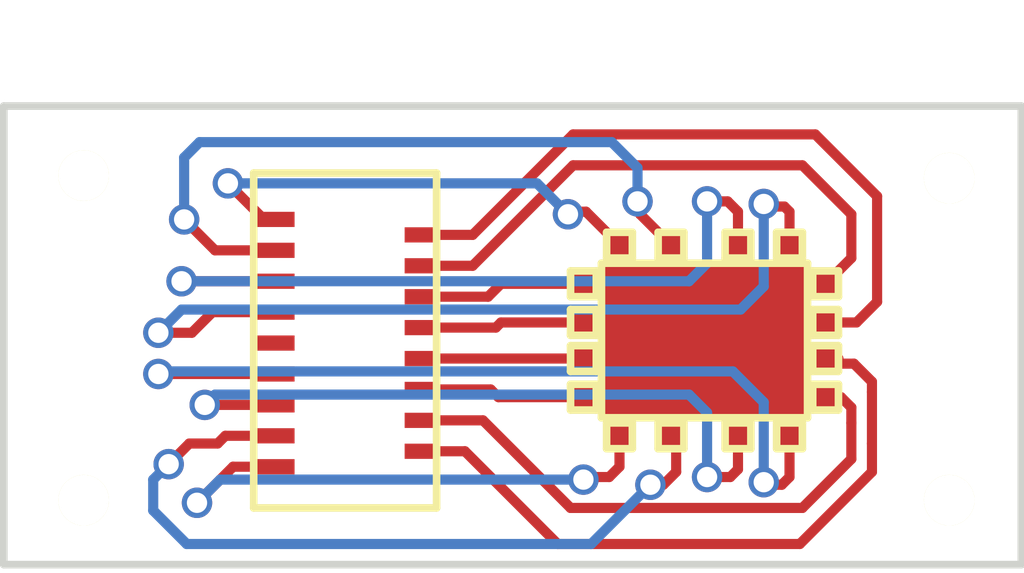
<source format=kicad_pcb>
(kicad_pcb (version 4) (host pcbnew 4.0.2-stable)

  (general
    (links 0)
    (no_connects 0)
    (area 38.228199 77.394999 58.444201 86.587401)
    (thickness 1.6)
    (drawings 4)
    (tracks 132)
    (zones 0)
    (modules 22)
    (nets 1)
  )

  (page A4)
  (layers
    (0 F.Cu signal)
    (31 B.Cu signal)
    (32 B.Adhes user)
    (33 F.Adhes user)
    (34 B.Paste user)
    (35 F.Paste user)
    (36 B.SilkS user)
    (37 F.SilkS user)
    (38 B.Mask user)
    (39 F.Mask user)
    (40 Dwgs.User user)
    (41 Cmts.User user)
    (42 Eco1.User user)
    (43 Eco2.User user)
    (44 Edge.Cuts user)
    (45 Margin user)
    (46 B.CrtYd user)
    (47 F.CrtYd user)
    (48 B.Fab user)
    (49 F.Fab user)
  )

  (setup
    (last_trace_width 0.2)
    (trace_clearance 0.2)
    (zone_clearance 0.508)
    (zone_45_only no)
    (trace_min 0.2)
    (segment_width 0.2)
    (edge_width 0.15)
    (via_size 0.6)
    (via_drill 0.4)
    (via_min_size 0.4)
    (via_min_drill 0.3)
    (uvia_size 0.3)
    (uvia_drill 0.1)
    (uvias_allowed no)
    (uvia_min_size 0.2)
    (uvia_min_drill 0.1)
    (pcb_text_width 0.3)
    (pcb_text_size 1.5 1.5)
    (mod_edge_width 0.15)
    (mod_text_size 1 1)
    (mod_text_width 0.15)
    (pad_size 1.524 1.524)
    (pad_drill 0.762)
    (pad_to_mask_clearance 0.2)
    (aux_axis_origin 0 0)
    (visible_elements FFFFFF7F)
    (pcbplotparams
      (layerselection 0x00030_80000001)
      (usegerberextensions false)
      (excludeedgelayer true)
      (linewidth 0.100000)
      (plotframeref false)
      (viasonmask false)
      (mode 1)
      (useauxorigin false)
      (hpglpennumber 1)
      (hpglpenspeed 20)
      (hpglpendiameter 15)
      (hpglpenoverlay 2)
      (psnegative false)
      (psa4output false)
      (plotreference true)
      (plotvalue true)
      (plotinvisibletext false)
      (padsonsilk false)
      (subtractmaskfromsilk false)
      (outputformat 1)
      (mirror false)
      (drillshape 1)
      (scaleselection 1)
      (outputdirectory ""))
  )

  (net 0 "")

  (net_class Default "This is the default net class."
    (clearance 0.2)
    (trace_width 0.2)
    (via_dia 0.6)
    (via_drill 0.4)
    (uvia_dia 0.3)
    (uvia_drill 0.1)
  )

  (module fh26footprints:FH26W-17S-0.3SHW (layer F.Cu) (tedit 576CF726) (tstamp 576D7E9B)
    (at 45.0088 82.0928 270)
    (fp_text reference "" (at 0 0.5 270) (layer F.SilkS)
      (effects (font (size 1 1) (thickness 0.15)))
    )
    (fp_text value FH26W-17S-0.3SHW (at 0 2.6416 270) (layer F.Fab)
      (effects (font (size 0.2 0.2) (thickness 0.05)))
    )
    (fp_line (start -3.302 1.778) (end 3.302 1.778) (layer F.SilkS) (width 0.15))
    (fp_line (start 3.302 1.778) (end 3.302 -1.8288) (layer F.SilkS) (width 0.15))
    (fp_line (start -3.302 -1.8288) (end -3.302 1.778) (layer F.SilkS) (width 0.15))
    (fp_line (start 3.302 -1.8288) (end -3.302 -1.8288) (layer F.SilkS) (width 0.15))
    (pad 1 connect rect (at -2.3876 1.3716 270) (size 0.3 0.8) (layers F.Cu F.Mask))
    (pad 2 connect rect (at -1.778 1.3716 270) (size 0.3 0.8) (layers F.Cu F.Mask))
    (pad 3 connect rect (at -1.1684 1.3716 270) (size 0.3 0.8) (layers F.Cu F.Mask))
    (pad 4 connect rect (at -0.5588 1.3716 270) (size 0.3 0.8) (layers F.Cu F.Mask))
    (pad 5 connect rect (at 0.0508 1.3716 270) (size 0.3 0.8) (layers F.Cu F.Mask))
    (pad 6 connect rect (at 0.6604 1.3716 270) (size 0.3 0.8) (layers F.Cu F.Mask))
    (pad 7 connect rect (at 1.27 1.3716 270) (size 0.3 0.8) (layers F.Cu F.Mask))
    (pad 8 connect rect (at 1.8796 1.3716 270) (size 0.3 0.8) (layers F.Cu F.Mask))
    (pad 9 connect rect (at 2.4892 1.3716 270) (size 0.3 0.8) (layers F.Cu F.Mask))
    (pad 10 connect rect (at 2.1844 -1.524 270) (size 0.3 0.65) (layers F.Cu F.Mask))
    (pad 11 connect rect (at 1.5748 -1.524 270) (size 0.3 0.65) (layers F.Cu F.Mask))
    (pad 12 connect rect (at 0.9652 -1.524 270) (size 0.3 0.65) (layers F.Cu F.Mask))
    (pad 13 connect rect (at 0.3556 -1.524 270) (size 0.3 0.65) (layers F.Cu F.Mask))
    (pad 14 connect rect (at -0.254 -1.524 270) (size 0.3 0.65) (layers F.Cu F.Mask))
    (pad 15 connect rect (at -0.8636 -1.524 270) (size 0.3 0.65) (layers F.Cu F.Mask))
    (pad 16 connect rect (at -1.4732 -1.524 270) (size 0.3 0.65) (layers F.Cu F.Mask))
    (pad 17 connect rect (at -2.0828 -1.524 270) (size 0.3 0.65) (layers F.Cu F.Mask))
  )

  (module transistor_footprint:TRANSISTORPAD (layer F.Cu) (tedit 576C5D42) (tstamp 576D7F07)
    (at 52.1208 82.0928)
    (fp_text reference "" (at 0 0.508) (layer F.SilkS)
      (effects (font (size 0.127 0.127) (thickness 0.03175)))
    )
    (fp_text value "TRANSISTOR PAD" (at 0 1.778) (layer F.Fab)
      (effects (font (size 0.127 0.127) (thickness 0.03175)))
    )
    (fp_line (start -2.032 -1.524) (end -2.032 1.524) (layer F.SilkS) (width 0.15))
    (fp_line (start -2.032 1.524) (end 2.032 1.524) (layer F.SilkS) (width 0.15))
    (fp_line (start 2.032 1.524) (end 2.032 -1.524) (layer F.SilkS) (width 0.15))
    (fp_line (start 2.032 -1.524) (end -2.032 -1.524) (layer F.SilkS) (width 0.15))
    (pad 1 smd rect (at 0 0) (size 4 3) (layers F.Cu F.Paste F.Mask))
  )

  (module transistor_footprint:WIREPAD (layer F.Cu) (tedit 576D8113) (tstamp 576D813B)
    (at 49.7332 80.9752)
    (fp_text reference "" (at 0 0.5) (layer F.SilkS)
      (effects (font (size 0.127 0.127) (thickness 0.03175)))
    )
    (fp_text value "" (at 0 0.5588) (layer F.Fab)
      (effects (font (size 0.127 0.127) (thickness 0.03175)))
    )
    (fp_line (start -0.254 -0.254) (end -0.254 0.254) (layer F.SilkS) (width 0.15))
    (fp_line (start -0.254 0.254) (end 0.254 0.254) (layer F.SilkS) (width 0.15))
    (fp_line (start 0.254 0.254) (end 0.254 -0.254) (layer F.SilkS) (width 0.15))
    (fp_line (start 0.254 -0.254) (end -0.254 -0.254) (layer F.SilkS) (width 0.15))
    (pad 2 smd rect (at 0 0) (size 0.5 0.5) (layers F.Cu F.Paste F.Mask))
  )

  (module transistor_footprint:WIREPAD (layer F.Cu) (tedit 576D8113) (tstamp 576D8195)
    (at 49.7332 83.2104)
    (fp_text reference "" (at 0 0.5) (layer F.SilkS)
      (effects (font (size 0.127 0.127) (thickness 0.03175)))
    )
    (fp_text value "" (at 0 0.5588) (layer F.Fab)
      (effects (font (size 0.127 0.127) (thickness 0.03175)))
    )
    (fp_line (start -0.254 -0.254) (end -0.254 0.254) (layer F.SilkS) (width 0.15))
    (fp_line (start -0.254 0.254) (end 0.254 0.254) (layer F.SilkS) (width 0.15))
    (fp_line (start 0.254 0.254) (end 0.254 -0.254) (layer F.SilkS) (width 0.15))
    (fp_line (start 0.254 -0.254) (end -0.254 -0.254) (layer F.SilkS) (width 0.15))
    (pad 2 smd rect (at 0 0) (size 0.5 0.5) (layers F.Cu F.Paste F.Mask))
  )

  (module transistor_footprint:WIREPAD (layer F.Cu) (tedit 576D8113) (tstamp 576D81AB)
    (at 49.7332 81.7372)
    (fp_text reference "" (at 0 0.5) (layer F.SilkS)
      (effects (font (size 0.127 0.127) (thickness 0.03175)))
    )
    (fp_text value "" (at 0 0.5588) (layer F.Fab)
      (effects (font (size 0.127 0.127) (thickness 0.03175)))
    )
    (fp_line (start -0.254 -0.254) (end -0.254 0.254) (layer F.SilkS) (width 0.15))
    (fp_line (start -0.254 0.254) (end 0.254 0.254) (layer F.SilkS) (width 0.15))
    (fp_line (start 0.254 0.254) (end 0.254 -0.254) (layer F.SilkS) (width 0.15))
    (fp_line (start 0.254 -0.254) (end -0.254 -0.254) (layer F.SilkS) (width 0.15))
    (pad 2 smd rect (at 0 0) (size 0.5 0.5) (layers F.Cu F.Paste F.Mask))
  )

  (module transistor_footprint:WIREPAD (layer F.Cu) (tedit 576D8113) (tstamp 576D81BC)
    (at 49.7332 82.4484)
    (fp_text reference "" (at 0 0.5) (layer F.SilkS)
      (effects (font (size 0.127 0.127) (thickness 0.03175)))
    )
    (fp_text value "" (at 0 0.5588) (layer F.Fab)
      (effects (font (size 0.127 0.127) (thickness 0.03175)))
    )
    (fp_line (start -0.254 -0.254) (end -0.254 0.254) (layer F.SilkS) (width 0.15))
    (fp_line (start -0.254 0.254) (end 0.254 0.254) (layer F.SilkS) (width 0.15))
    (fp_line (start 0.254 0.254) (end 0.254 -0.254) (layer F.SilkS) (width 0.15))
    (fp_line (start 0.254 -0.254) (end -0.254 -0.254) (layer F.SilkS) (width 0.15))
    (pad 2 smd rect (at 0 0) (size 0.5 0.5) (layers F.Cu F.Paste F.Mask))
  )

  (module transistor_footprint:WIREPAD (layer F.Cu) (tedit 576D8113) (tstamp 576D81DF)
    (at 54.5084 83.2104)
    (fp_text reference "" (at 0 0.5) (layer F.SilkS)
      (effects (font (size 0.127 0.127) (thickness 0.03175)))
    )
    (fp_text value "" (at 0 0.5588) (layer F.Fab)
      (effects (font (size 0.127 0.127) (thickness 0.03175)))
    )
    (fp_line (start -0.254 -0.254) (end -0.254 0.254) (layer F.SilkS) (width 0.15))
    (fp_line (start -0.254 0.254) (end 0.254 0.254) (layer F.SilkS) (width 0.15))
    (fp_line (start 0.254 0.254) (end 0.254 -0.254) (layer F.SilkS) (width 0.15))
    (fp_line (start 0.254 -0.254) (end -0.254 -0.254) (layer F.SilkS) (width 0.15))
    (pad 2 smd rect (at 0 0) (size 0.5 0.5) (layers F.Cu F.Paste F.Mask))
  )

  (module transistor_footprint:WIREPAD (layer F.Cu) (tedit 576D8113) (tstamp 576D81F0)
    (at 54.5084 82.4484)
    (fp_text reference "" (at 0 0.5) (layer F.SilkS)
      (effects (font (size 0.127 0.127) (thickness 0.03175)))
    )
    (fp_text value "" (at 0 0.5588) (layer F.Fab)
      (effects (font (size 0.127 0.127) (thickness 0.03175)))
    )
    (fp_line (start -0.254 -0.254) (end -0.254 0.254) (layer F.SilkS) (width 0.15))
    (fp_line (start -0.254 0.254) (end 0.254 0.254) (layer F.SilkS) (width 0.15))
    (fp_line (start 0.254 0.254) (end 0.254 -0.254) (layer F.SilkS) (width 0.15))
    (fp_line (start 0.254 -0.254) (end -0.254 -0.254) (layer F.SilkS) (width 0.15))
    (pad 2 smd rect (at 0 0) (size 0.5 0.5) (layers F.Cu F.Paste F.Mask))
  )

  (module transistor_footprint:WIREPAD (layer F.Cu) (tedit 576D8113) (tstamp 576D8201)
    (at 54.5084 81.7372)
    (fp_text reference "" (at 0 0.5) (layer F.SilkS)
      (effects (font (size 0.127 0.127) (thickness 0.03175)))
    )
    (fp_text value "" (at 0 0.5588) (layer F.Fab)
      (effects (font (size 0.127 0.127) (thickness 0.03175)))
    )
    (fp_line (start -0.254 -0.254) (end -0.254 0.254) (layer F.SilkS) (width 0.15))
    (fp_line (start -0.254 0.254) (end 0.254 0.254) (layer F.SilkS) (width 0.15))
    (fp_line (start 0.254 0.254) (end 0.254 -0.254) (layer F.SilkS) (width 0.15))
    (fp_line (start 0.254 -0.254) (end -0.254 -0.254) (layer F.SilkS) (width 0.15))
    (pad 2 smd rect (at 0 0) (size 0.5 0.5) (layers F.Cu F.Paste F.Mask))
  )

  (module transistor_footprint:WIREPAD (layer F.Cu) (tedit 576D8113) (tstamp 576D8212)
    (at 54.5084 80.9752)
    (fp_text reference "" (at 0 0.5) (layer F.SilkS)
      (effects (font (size 0.127 0.127) (thickness 0.03175)))
    )
    (fp_text value "" (at 0 0.5588) (layer F.Fab)
      (effects (font (size 0.127 0.127) (thickness 0.03175)))
    )
    (fp_line (start -0.254 -0.254) (end -0.254 0.254) (layer F.SilkS) (width 0.15))
    (fp_line (start -0.254 0.254) (end 0.254 0.254) (layer F.SilkS) (width 0.15))
    (fp_line (start 0.254 0.254) (end 0.254 -0.254) (layer F.SilkS) (width 0.15))
    (fp_line (start 0.254 -0.254) (end -0.254 -0.254) (layer F.SilkS) (width 0.15))
    (pad 2 smd rect (at 0 0) (size 0.5 0.5) (layers F.Cu F.Paste F.Mask))
  )

  (module transistor_footprint:WIREPAD (layer F.Cu) (tedit 576D8113) (tstamp 576D8223)
    (at 50.4444 83.9724)
    (fp_text reference "" (at 0 0.5) (layer F.SilkS)
      (effects (font (size 0.127 0.127) (thickness 0.03175)))
    )
    (fp_text value "" (at 0 0.5588) (layer F.Fab)
      (effects (font (size 0.127 0.127) (thickness 0.03175)))
    )
    (fp_line (start -0.254 -0.254) (end -0.254 0.254) (layer F.SilkS) (width 0.15))
    (fp_line (start -0.254 0.254) (end 0.254 0.254) (layer F.SilkS) (width 0.15))
    (fp_line (start 0.254 0.254) (end 0.254 -0.254) (layer F.SilkS) (width 0.15))
    (fp_line (start 0.254 -0.254) (end -0.254 -0.254) (layer F.SilkS) (width 0.15))
    (pad 2 smd rect (at 0 0) (size 0.5 0.5) (layers F.Cu F.Paste F.Mask))
  )

  (module transistor_footprint:WIREPAD (layer F.Cu) (tedit 576D8113) (tstamp 576D8234)
    (at 53.7972 83.9724)
    (fp_text reference "" (at 0 0.5) (layer F.SilkS)
      (effects (font (size 0.127 0.127) (thickness 0.03175)))
    )
    (fp_text value "" (at 0 0.5588) (layer F.Fab)
      (effects (font (size 0.127 0.127) (thickness 0.03175)))
    )
    (fp_line (start -0.254 -0.254) (end -0.254 0.254) (layer F.SilkS) (width 0.15))
    (fp_line (start -0.254 0.254) (end 0.254 0.254) (layer F.SilkS) (width 0.15))
    (fp_line (start 0.254 0.254) (end 0.254 -0.254) (layer F.SilkS) (width 0.15))
    (fp_line (start 0.254 -0.254) (end -0.254 -0.254) (layer F.SilkS) (width 0.15))
    (pad 2 smd rect (at 0 0) (size 0.5 0.5) (layers F.Cu F.Paste F.Mask))
  )

  (module transistor_footprint:WIREPAD (layer F.Cu) (tedit 576D8113) (tstamp 576D8255)
    (at 51.4604 83.9724)
    (fp_text reference "" (at 0 0.5) (layer F.SilkS)
      (effects (font (size 0.127 0.127) (thickness 0.03175)))
    )
    (fp_text value "" (at 0 0.5588) (layer F.Fab)
      (effects (font (size 0.127 0.127) (thickness 0.03175)))
    )
    (fp_line (start -0.254 -0.254) (end -0.254 0.254) (layer F.SilkS) (width 0.15))
    (fp_line (start -0.254 0.254) (end 0.254 0.254) (layer F.SilkS) (width 0.15))
    (fp_line (start 0.254 0.254) (end 0.254 -0.254) (layer F.SilkS) (width 0.15))
    (fp_line (start 0.254 -0.254) (end -0.254 -0.254) (layer F.SilkS) (width 0.15))
    (pad 2 smd rect (at 0 0) (size 0.5 0.5) (layers F.Cu F.Paste F.Mask))
  )

  (module transistor_footprint:WIREPAD (layer F.Cu) (tedit 576D8113) (tstamp 576D8266)
    (at 52.7812 83.9724)
    (fp_text reference "" (at 0 0.5) (layer F.SilkS)
      (effects (font (size 0.127 0.127) (thickness 0.03175)))
    )
    (fp_text value "" (at 0 0.5588) (layer F.Fab)
      (effects (font (size 0.127 0.127) (thickness 0.03175)))
    )
    (fp_line (start -0.254 -0.254) (end -0.254 0.254) (layer F.SilkS) (width 0.15))
    (fp_line (start -0.254 0.254) (end 0.254 0.254) (layer F.SilkS) (width 0.15))
    (fp_line (start 0.254 0.254) (end 0.254 -0.254) (layer F.SilkS) (width 0.15))
    (fp_line (start 0.254 -0.254) (end -0.254 -0.254) (layer F.SilkS) (width 0.15))
    (pad 2 smd rect (at 0 0) (size 0.5 0.5) (layers F.Cu F.Paste F.Mask))
  )

  (module transistor_footprint:WIREPAD (layer F.Cu) (tedit 576D8113) (tstamp 576D8287)
    (at 50.4444 80.2132)
    (fp_text reference "" (at 0 0.5) (layer F.SilkS)
      (effects (font (size 0.127 0.127) (thickness 0.03175)))
    )
    (fp_text value "" (at 0 0.5588) (layer F.Fab)
      (effects (font (size 0.127 0.127) (thickness 0.03175)))
    )
    (fp_line (start -0.254 -0.254) (end -0.254 0.254) (layer F.SilkS) (width 0.15))
    (fp_line (start -0.254 0.254) (end 0.254 0.254) (layer F.SilkS) (width 0.15))
    (fp_line (start 0.254 0.254) (end 0.254 -0.254) (layer F.SilkS) (width 0.15))
    (fp_line (start 0.254 -0.254) (end -0.254 -0.254) (layer F.SilkS) (width 0.15))
    (pad 2 smd rect (at 0 0) (size 0.5 0.5) (layers F.Cu F.Paste F.Mask))
  )

  (module transistor_footprint:WIREPAD (layer F.Cu) (tedit 576D8113) (tstamp 576D8298)
    (at 51.4604 80.2132)
    (fp_text reference "" (at 0 0.5) (layer F.SilkS)
      (effects (font (size 0.127 0.127) (thickness 0.03175)))
    )
    (fp_text value "" (at 0 0.5588) (layer F.Fab)
      (effects (font (size 0.127 0.127) (thickness 0.03175)))
    )
    (fp_line (start -0.254 -0.254) (end -0.254 0.254) (layer F.SilkS) (width 0.15))
    (fp_line (start -0.254 0.254) (end 0.254 0.254) (layer F.SilkS) (width 0.15))
    (fp_line (start 0.254 0.254) (end 0.254 -0.254) (layer F.SilkS) (width 0.15))
    (fp_line (start 0.254 -0.254) (end -0.254 -0.254) (layer F.SilkS) (width 0.15))
    (pad 2 smd rect (at 0 0) (size 0.5 0.5) (layers F.Cu F.Paste F.Mask))
  )

  (module transistor_footprint:WIREPAD (layer F.Cu) (tedit 576D8113) (tstamp 576D82A9)
    (at 52.7812 80.2132)
    (fp_text reference "" (at 0 0.5) (layer F.SilkS)
      (effects (font (size 0.127 0.127) (thickness 0.03175)))
    )
    (fp_text value "" (at 0 0.5588) (layer F.Fab)
      (effects (font (size 0.127 0.127) (thickness 0.03175)))
    )
    (fp_line (start -0.254 -0.254) (end -0.254 0.254) (layer F.SilkS) (width 0.15))
    (fp_line (start -0.254 0.254) (end 0.254 0.254) (layer F.SilkS) (width 0.15))
    (fp_line (start 0.254 0.254) (end 0.254 -0.254) (layer F.SilkS) (width 0.15))
    (fp_line (start 0.254 -0.254) (end -0.254 -0.254) (layer F.SilkS) (width 0.15))
    (pad 2 smd rect (at 0 0) (size 0.5 0.5) (layers F.Cu F.Paste F.Mask))
  )

  (module transistor_footprint:WIREPAD (layer F.Cu) (tedit 576D8113) (tstamp 576D82BA)
    (at 53.7972 80.2132)
    (fp_text reference "" (at 0 0.5) (layer F.SilkS)
      (effects (font (size 0.127 0.127) (thickness 0.03175)))
    )
    (fp_text value "" (at 0 0.5588) (layer F.Fab)
      (effects (font (size 0.127 0.127) (thickness 0.03175)))
    )
    (fp_line (start -0.254 -0.254) (end -0.254 0.254) (layer F.SilkS) (width 0.15))
    (fp_line (start -0.254 0.254) (end 0.254 0.254) (layer F.SilkS) (width 0.15))
    (fp_line (start 0.254 0.254) (end 0.254 -0.254) (layer F.SilkS) (width 0.15))
    (fp_line (start 0.254 -0.254) (end -0.254 -0.254) (layer F.SilkS) (width 0.15))
    (pad 2 smd rect (at 0 0) (size 0.5 0.5) (layers F.Cu F.Paste F.Mask))
  )

  (module mountingholes:MountingHole_1.0mm_M2_no_crtyd (layer F.Cu) (tedit 57802B69) (tstamp 57802B94)
    (at 39.878 78.8416)
    (descr "Mounting Hole 2.2mm, no annular, M2")
    (tags "mounting hole 2.2mm no annular m2")
    (fp_text reference "" (at 0 -3.2) (layer F.SilkS)
      (effects (font (size 1 1) (thickness 0.15)))
    )
    (fp_text value MountingHole_1.0mm (at -0.0508 1.3208) (layer F.Fab)
      (effects (font (size 0.127 0.127) (thickness 0.03175)))
    )
    (pad "" np_thru_hole circle (at 0 0) (size 1 1) (drill 1) (layers *.Cu *.Mask F.SilkS))
  )

  (module mountingholes:MountingHole_1.0mm_M2_no_crtyd (layer F.Cu) (tedit 57802B69) (tstamp 57802BA9)
    (at 39.878 85.2424)
    (descr "Mounting Hole 2.2mm, no annular, M2")
    (tags "mounting hole 2.2mm no annular m2")
    (fp_text reference "" (at 0 -3.2) (layer F.SilkS)
      (effects (font (size 1 1) (thickness 0.15)))
    )
    (fp_text value MountingHole_1.0mm (at -0.0508 1.3208) (layer F.Fab)
      (effects (font (size 0.127 0.127) (thickness 0.03175)))
    )
    (pad "" np_thru_hole circle (at 0 0) (size 1 1) (drill 1) (layers *.Cu *.Mask F.SilkS))
  )

  (module mountingholes:MountingHole_1.0mm_M2_no_crtyd (layer F.Cu) (tedit 57802B69) (tstamp 57802BB2)
    (at 56.9468 85.2424)
    (descr "Mounting Hole 2.2mm, no annular, M2")
    (tags "mounting hole 2.2mm no annular m2")
    (fp_text reference "" (at 0 -3.2) (layer F.SilkS)
      (effects (font (size 1 1) (thickness 0.15)))
    )
    (fp_text value MountingHole_1.0mm (at -0.0508 1.3208) (layer F.Fab)
      (effects (font (size 0.127 0.127) (thickness 0.03175)))
    )
    (pad "" np_thru_hole circle (at 0 0) (size 1 1) (drill 1) (layers *.Cu *.Mask F.SilkS))
  )

  (module mountingholes:MountingHole_1.0mm_M2_no_crtyd (layer F.Cu) (tedit 57802B69) (tstamp 57802BC1)
    (at 56.9468 78.8924)
    (descr "Mounting Hole 2.2mm, no annular, M2")
    (tags "mounting hole 2.2mm no annular m2")
    (fp_text reference "" (at 0 -3.2) (layer F.SilkS)
      (effects (font (size 1 1) (thickness 0.15)))
    )
    (fp_text value MountingHole_1.0mm (at -0.0508 1.3208) (layer F.Fab)
      (effects (font (size 0.127 0.127) (thickness 0.03175)))
    )
    (pad "" np_thru_hole circle (at 0 0) (size 1 1) (drill 1) (layers *.Cu *.Mask F.SilkS))
  )

  (gr_line (start 58.3692 86.5124) (end 58.3692 77.47) (angle 90) (layer Edge.Cuts) (width 0.15))
  (gr_line (start 38.3032 86.5124) (end 58.3692 86.5124) (angle 90) (layer Edge.Cuts) (width 0.15))
  (gr_line (start 38.3032 77.47) (end 38.3032 86.5124) (angle 90) (layer Edge.Cuts) (width 0.15))
  (gr_line (start 58.3692 77.47) (end 38.3032 77.47) (angle 90) (layer Edge.Cuts) (width 0.15))

  (segment (start 41.9608 84.1248) (end 42.5196 84.1248) (width 0.2) (layer F.Cu) (net 0))
  (segment (start 41.9608 84.1248) (end 41.5544 84.5312) (width 0.2) (layer F.Cu) (net 0) (tstamp 576D8D90))
  (via (at 41.5544 84.5312) (size 0.6) (drill 0.4) (layers F.Cu B.Cu) (net 0))
  (segment (start 41.5544 84.5312) (end 41.2496 84.836) (width 0.2) (layer B.Cu) (net 0) (tstamp 576D8D96))
  (segment (start 41.2496 84.836) (end 41.2496 85.4456) (width 0.2) (layer B.Cu) (net 0) (tstamp 576D8D97))
  (segment (start 41.2496 85.4456) (end 41.91 86.106) (width 0.2) (layer B.Cu) (net 0) (tstamp 576D8D9A))
  (segment (start 41.91 86.106) (end 49.8856 86.106) (width 0.2) (layer B.Cu) (net 0) (tstamp 576D8DA2))
  (segment (start 51.054 84.9376) (end 49.8856 86.106) (width 0.2) (layer B.Cu) (net 0) (tstamp 576D8DA7))
  (via (at 51.054 84.9376) (size 0.6) (drill 0.4) (layers F.Cu B.Cu) (net 0))
  (segment (start 42.672 83.9724) (end 43.6372 83.9724) (width 0.2) (layer F.Cu) (net 0) (tstamp 576DAD79))
  (segment (start 42.5196 84.1248) (end 42.672 83.9724) (width 0.2) (layer F.Cu) (net 0) (tstamp 576DAD76))
  (segment (start 51.054 84.9376) (end 51.308 84.9376) (width 0.2) (layer F.Cu) (net 0))
  (segment (start 51.562 84.6836) (end 51.562 84.074) (width 0.2) (layer F.Cu) (net 0) (tstamp 576D8DC3))
  (segment (start 51.308 84.9376) (end 51.562 84.6836) (width 0.2) (layer F.Cu) (net 0) (tstamp 576D8DBE))
  (segment (start 51.562 84.074) (end 51.4604 83.9724) (width 0.2) (layer F.Cu) (net 0) (tstamp 576D8DC5))
  (segment (start 51.054 84.9376) (end 51.1048 84.8868) (width 0.2) (layer F.Cu) (net 0) (tstamp 576D8DB0))
  (segment (start 43.6372 84.582) (end 42.8244 84.582) (width 0.2) (layer F.Cu) (net 0))
  (segment (start 50.4444 84.582) (end 50.4444 83.9724) (width 0.2) (layer F.Cu) (net 0) (tstamp 576D8D8A))
  (segment (start 50.2412 84.7852) (end 50.4444 84.582) (width 0.2) (layer F.Cu) (net 0) (tstamp 576D8D89))
  (segment (start 49.784 84.7852) (end 50.2412 84.7852) (width 0.2) (layer F.Cu) (net 0) (tstamp 576D8D88))
  (segment (start 49.7332 84.836) (end 49.784 84.7852) (width 0.2) (layer F.Cu) (net 0) (tstamp 576D8D87))
  (via (at 49.7332 84.836) (size 0.6) (drill 0.4) (layers F.Cu B.Cu) (net 0))
  (segment (start 42.5704 84.836) (end 49.7332 84.836) (width 0.2) (layer B.Cu) (net 0) (tstamp 576D8D68))
  (segment (start 42.1132 85.2932) (end 42.5704 84.836) (width 0.2) (layer B.Cu) (net 0) (tstamp 576D8D67))
  (via (at 42.1132 85.2932) (size 0.6) (drill 0.4) (layers F.Cu B.Cu) (net 0))
  (segment (start 42.8244 84.582) (end 42.1132 85.2932) (width 0.2) (layer F.Cu) (net 0) (tstamp 576D8D62))
  (segment (start 43.6372 83.3628) (end 42.2656 83.3628) (width 0.2) (layer F.Cu) (net 0))
  (segment (start 52.7812 84.6328) (end 52.7812 83.9724) (width 0.2) (layer F.Cu) (net 0) (tstamp 576D8D20))
  (segment (start 52.6288 84.7852) (end 52.7812 84.6328) (width 0.2) (layer F.Cu) (net 0) (tstamp 576D8D1E))
  (segment (start 52.1716 84.7852) (end 52.6288 84.7852) (width 0.2) (layer F.Cu) (net 0) (tstamp 576D8D1D))
  (via (at 52.1716 84.7852) (size 0.6) (drill 0.4) (layers F.Cu B.Cu) (net 0))
  (segment (start 52.1716 83.5152) (end 52.1716 84.7852) (width 0.2) (layer B.Cu) (net 0) (tstamp 576D8D19))
  (segment (start 51.816 83.1596) (end 52.1716 83.5152) (width 0.2) (layer B.Cu) (net 0) (tstamp 576D8D18))
  (segment (start 42.4688 83.1596) (end 51.816 83.1596) (width 0.2) (layer B.Cu) (net 0) (tstamp 576D8D17))
  (segment (start 42.2656 83.3628) (end 42.4688 83.1596) (width 0.2) (layer B.Cu) (net 0) (tstamp 576D8D16))
  (via (at 42.2656 83.3628) (size 0.6) (drill 0.4) (layers F.Cu B.Cu) (net 0))
  (segment (start 43.6372 82.7532) (end 41.3512 82.7532) (width 0.2) (layer F.Cu) (net 0))
  (segment (start 53.7972 84.7852) (end 53.7972 83.9724) (width 0.2) (layer F.Cu) (net 0) (tstamp 576D8CE4))
  (segment (start 53.6448 84.9376) (end 53.7972 84.7852) (width 0.2) (layer F.Cu) (net 0) (tstamp 576D8CE1))
  (segment (start 53.34 84.9376) (end 53.6448 84.9376) (width 0.2) (layer F.Cu) (net 0) (tstamp 576D8CDD))
  (segment (start 53.2892 84.8868) (end 53.34 84.9376) (width 0.2) (layer F.Cu) (net 0) (tstamp 576D8CDC))
  (via (at 53.2892 84.8868) (size 0.6) (drill 0.4) (layers F.Cu B.Cu) (net 0))
  (segment (start 53.2892 83.312) (end 53.2892 84.8868) (width 0.2) (layer B.Cu) (net 0) (tstamp 576D8CD8))
  (segment (start 52.6796 82.7024) (end 53.2892 83.312) (width 0.2) (layer B.Cu) (net 0) (tstamp 576D8CD6))
  (segment (start 41.402 82.7024) (end 52.6796 82.7024) (width 0.2) (layer B.Cu) (net 0) (tstamp 576D8CD1))
  (segment (start 41.3512 82.7532) (end 41.402 82.7024) (width 0.2) (layer B.Cu) (net 0) (tstamp 576D8CD0))
  (via (at 41.3512 82.7532) (size 0.6) (drill 0.4) (layers F.Cu B.Cu) (net 0))
  (segment (start 43.6372 81.534) (end 42.418 81.534) (width 0.2) (layer F.Cu) (net 0))
  (segment (start 53.7972 79.5528) (end 53.7972 80.2132) (width 0.2) (layer F.Cu) (net 0) (tstamp 576D8B86))
  (segment (start 53.6956 79.4512) (end 53.7972 79.5528) (width 0.2) (layer F.Cu) (net 0) (tstamp 576D8B7F))
  (segment (start 53.34 79.4512) (end 53.6956 79.4512) (width 0.2) (layer F.Cu) (net 0) (tstamp 576D8B79))
  (segment (start 53.2892 79.4004) (end 53.34 79.4512) (width 0.2) (layer F.Cu) (net 0) (tstamp 576D8B78))
  (via (at 53.2892 79.4004) (size 0.6) (drill 0.4) (layers F.Cu B.Cu) (net 0))
  (segment (start 53.2892 81.026) (end 53.2892 79.4004) (width 0.2) (layer B.Cu) (net 0) (tstamp 576D8B71))
  (segment (start 52.832 81.4832) (end 53.2892 81.026) (width 0.2) (layer B.Cu) (net 0) (tstamp 576D8B70))
  (segment (start 41.8084 81.4832) (end 52.832 81.4832) (width 0.2) (layer B.Cu) (net 0) (tstamp 576D8B4E))
  (segment (start 41.3512 81.9404) (end 41.8084 81.4832) (width 0.2) (layer B.Cu) (net 0) (tstamp 576D8B4D))
  (via (at 41.3512 81.9404) (size 0.6) (drill 0.4) (layers F.Cu B.Cu) (net 0))
  (segment (start 42.0116 81.9404) (end 41.3512 81.9404) (width 0.2) (layer F.Cu) (net 0) (tstamp 576D8B48))
  (segment (start 42.418 81.534) (end 42.0116 81.9404) (width 0.2) (layer F.Cu) (net 0) (tstamp 576D8B41))
  (segment (start 52.1716 79.3496) (end 52.578 79.3496) (width 0.2) (layer F.Cu) (net 0))
  (via (at 41.8084 80.9244) (size 0.6) (drill 0.4) (layers F.Cu B.Cu) (net 0))
  (segment (start 41.8084 80.9244) (end 51.816 80.9244) (width 0.2) (layer B.Cu) (net 0) (tstamp 576D8ACE))
  (segment (start 51.816 80.9244) (end 52.1716 80.5688) (width 0.2) (layer B.Cu) (net 0) (tstamp 576D8ACF))
  (segment (start 52.1716 80.5688) (end 52.1716 79.3496) (width 0.2) (layer B.Cu) (net 0) (tstamp 576D8ADB))
  (via (at 52.1716 79.3496) (size 0.6) (drill 0.4) (layers F.Cu B.Cu) (net 0))
  (segment (start 43.6372 80.9244) (end 41.8084 80.9244) (width 0.2) (layer F.Cu) (net 0))
  (segment (start 52.7812 79.5528) (end 52.7812 80.2132) (width 0.2) (layer F.Cu) (net 0) (tstamp 576D8B08))
  (segment (start 52.578 79.3496) (end 52.7812 79.5528) (width 0.2) (layer F.Cu) (net 0) (tstamp 576D8B05))
  (segment (start 43.6372 80.3148) (end 42.4688 80.3148) (width 0.2) (layer F.Cu) (net 0))
  (segment (start 50.8508 79.6036) (end 51.4604 80.2132) (width 0.2) (layer F.Cu) (net 0) (tstamp 576D8A30))
  (segment (start 50.8508 79.4004) (end 50.8508 79.6036) (width 0.2) (layer F.Cu) (net 0) (tstamp 576D8A2E))
  (segment (start 50.8 79.3496) (end 50.8508 79.4004) (width 0.2) (layer F.Cu) (net 0) (tstamp 576D8A2D))
  (via (at 50.8 79.3496) (size 0.6) (drill 0.4) (layers F.Cu B.Cu) (net 0))
  (segment (start 50.8 78.6892) (end 50.8 79.3496) (width 0.2) (layer B.Cu) (net 0) (tstamp 576D8A23))
  (segment (start 50.292 78.1812) (end 50.8 78.6892) (width 0.2) (layer B.Cu) (net 0) (tstamp 576D8A1D))
  (segment (start 42.164 78.1812) (end 50.292 78.1812) (width 0.2) (layer B.Cu) (net 0) (tstamp 576D8A18))
  (segment (start 41.8592 78.486) (end 42.164 78.1812) (width 0.2) (layer B.Cu) (net 0) (tstamp 576D8A00))
  (segment (start 41.8592 79.7052) (end 41.8592 78.486) (width 0.2) (layer B.Cu) (net 0) (tstamp 576D89FF))
  (via (at 41.8592 79.7052) (size 0.6) (drill 0.4) (layers F.Cu B.Cu) (net 0))
  (segment (start 42.4688 80.3148) (end 41.8592 79.7052) (width 0.2) (layer F.Cu) (net 0) (tstamp 576D89BD))
  (segment (start 42.7228 78.994) (end 48.8188 78.994) (width 0.2) (layer B.Cu) (net 0))
  (via (at 42.7228 78.994) (size 0.6) (drill 0.4) (layers F.Cu B.Cu) (net 0))
  (segment (start 43.434 79.7052) (end 42.7228 78.994) (width 0.2) (layer F.Cu) (net 0) (tstamp 576D8753))
  (segment (start 49.784 79.5528) (end 50.4444 80.2132) (width 0.2) (layer F.Cu) (net 0) (tstamp 576D87B8))
  (segment (start 49.4792 79.5528) (end 49.784 79.5528) (width 0.2) (layer F.Cu) (net 0) (tstamp 576D87B3))
  (segment (start 49.4284 79.6036) (end 49.4792 79.5528) (width 0.2) (layer F.Cu) (net 0) (tstamp 576D87B2))
  (via (at 49.4284 79.6036) (size 0.6) (drill 0.4) (layers F.Cu B.Cu) (net 0))
  (segment (start 48.8188 78.994) (end 49.4284 79.6036) (width 0.2) (layer B.Cu) (net 0) (tstamp 576D878B))
  (segment (start 43.6372 79.7052) (end 43.434 79.7052) (width 0.2) (layer F.Cu) (net 0))
  (segment (start 48.0568 83.2104) (end 49.7332 83.2104) (width 0.2) (layer F.Cu) (net 0) (tstamp 576D86CC))
  (segment (start 47.9044 83.058) (end 48.0568 83.2104) (width 0.2) (layer F.Cu) (net 0) (tstamp 576D86C5))
  (segment (start 46.5328 83.058) (end 47.9044 83.058) (width 0.2) (layer F.Cu) (net 0))
  (segment (start 46.5328 82.4484) (end 49.7332 82.4484) (width 0.2) (layer F.Cu) (net 0))
  (segment (start 46.5328 81.8388) (end 48.006 81.8388) (width 0.2) (layer F.Cu) (net 0))
  (segment (start 48.1076 81.7372) (end 49.7332 81.7372) (width 0.2) (layer F.Cu) (net 0) (tstamp 576D86BD))
  (segment (start 48.006 81.8388) (end 48.1076 81.7372) (width 0.2) (layer F.Cu) (net 0) (tstamp 576D86B9))
  (segment (start 46.5328 81.2292) (end 47.8536 81.2292) (width 0.2) (layer F.Cu) (net 0))
  (segment (start 48.1076 80.9752) (end 49.7332 80.9752) (width 0.2) (layer F.Cu) (net 0) (tstamp 576D86B4))
  (segment (start 47.8536 81.2292) (end 48.1076 80.9752) (width 0.2) (layer F.Cu) (net 0) (tstamp 576D86B0))
  (segment (start 46.5328 80.6196) (end 47.5488 80.6196) (width 0.2) (layer F.Cu) (net 0))
  (segment (start 55.0164 80.4672) (end 54.5084 80.9752) (width 0.2) (layer F.Cu) (net 0) (tstamp 576D86A6))
  (segment (start 55.0164 79.6036) (end 55.0164 80.4672) (width 0.2) (layer F.Cu) (net 0) (tstamp 576D869E))
  (segment (start 54.0512 78.6384) (end 55.0164 79.6036) (width 0.2) (layer F.Cu) (net 0) (tstamp 576D8699))
  (segment (start 49.53 78.6384) (end 54.0512 78.6384) (width 0.2) (layer F.Cu) (net 0) (tstamp 576D868E))
  (segment (start 47.5488 80.6196) (end 49.53 78.6384) (width 0.2) (layer F.Cu) (net 0) (tstamp 576D868A))
  (segment (start 55.0164 83.7184) (end 55.0164 83.4136) (width 0.2) (layer F.Cu) (net 0))
  (segment (start 47.752 83.6676) (end 49.4792 85.3948) (width 0.2) (layer F.Cu) (net 0) (tstamp 576D8607))
  (segment (start 49.4792 85.3948) (end 54.0512 85.3948) (width 0.2) (layer F.Cu) (net 0) (tstamp 576D8613))
  (segment (start 54.0512 85.3948) (end 55.0164 84.4296) (width 0.2) (layer F.Cu) (net 0) (tstamp 576D8619))
  (segment (start 55.0164 84.4296) (end 55.0164 83.7184) (width 0.2) (layer F.Cu) (net 0) (tstamp 576D861E))
  (segment (start 46.5328 83.6676) (end 47.752 83.6676) (width 0.2) (layer F.Cu) (net 0))
  (segment (start 54.8132 83.2104) (end 54.5084 83.2104) (width 0.2) (layer F.Cu) (net 0) (tstamp 576D867B))
  (segment (start 55.0164 83.4136) (end 54.8132 83.2104) (width 0.2) (layer F.Cu) (net 0) (tstamp 576D8677))
  (segment (start 55.4228 83.1088) (end 55.4228 82.9056) (width 0.2) (layer F.Cu) (net 0))
  (segment (start 46.5328 84.2772) (end 47.3964 84.2772) (width 0.2) (layer F.Cu) (net 0))
  (segment (start 55.4228 84.6836) (end 55.4228 84.1248) (width 0.2) (layer F.Cu) (net 0) (tstamp 576D85E6))
  (segment (start 54.0004 86.106) (end 55.4228 84.6836) (width 0.2) (layer F.Cu) (net 0) (tstamp 576D85E0))
  (segment (start 49.2252 86.106) (end 54.0004 86.106) (width 0.2) (layer F.Cu) (net 0) (tstamp 576D85D5))
  (segment (start 47.3964 84.2772) (end 49.2252 86.106) (width 0.2) (layer F.Cu) (net 0) (tstamp 576D85CF))
  (segment (start 55.4228 84.1248) (end 55.4228 83.1088) (width 0.2) (layer F.Cu) (net 0))
  (segment (start 55.0672 82.55) (end 54.61 82.55) (width 0.2) (layer F.Cu) (net 0) (tstamp 576D8669))
  (segment (start 55.4228 82.9056) (end 55.0672 82.55) (width 0.2) (layer F.Cu) (net 0) (tstamp 576D8663))
  (segment (start 54.61 82.55) (end 54.5084 82.4484) (width 0.2) (layer F.Cu) (net 0) (tstamp 576D866B))
  (segment (start 46.5328 80.01) (end 47.5488 80.01) (width 0.2) (layer F.Cu) (net 0))
  (segment (start 55.118 81.7372) (end 54.5084 81.7372) (width 0.2) (layer F.Cu) (net 0) (tstamp 576D8658))
  (segment (start 55.5244 81.3308) (end 55.118 81.7372) (width 0.2) (layer F.Cu) (net 0) (tstamp 576D8653))
  (segment (start 55.5244 79.248) (end 55.5244 81.3308) (width 0.2) (layer F.Cu) (net 0) (tstamp 576D864D))
  (segment (start 54.3052 78.0288) (end 55.5244 79.248) (width 0.2) (layer F.Cu) (net 0) (tstamp 576D8645))
  (segment (start 49.53 78.0288) (end 54.3052 78.0288) (width 0.2) (layer F.Cu) (net 0) (tstamp 576D8641))
  (segment (start 47.5488 80.01) (end 49.53 78.0288) (width 0.2) (layer F.Cu) (net 0) (tstamp 576D8639))
  (segment (start 54.7624 82.4484) (end 54.5084 82.4484) (width 0.2) (layer F.Cu) (net 0) (tstamp 576D85FE))

)

</source>
